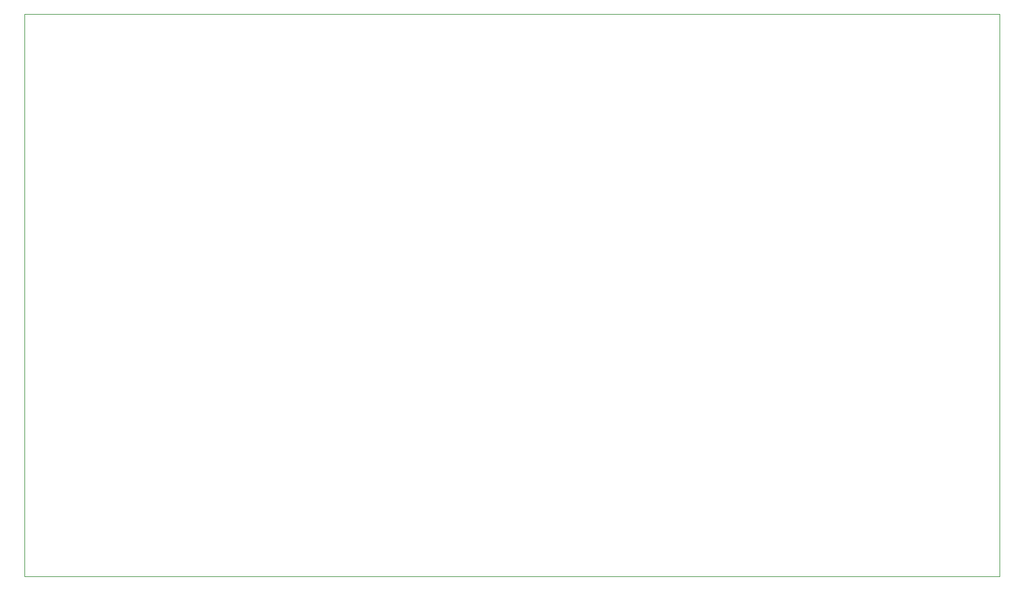
<source format=gbr>
%TF.GenerationSoftware,KiCad,Pcbnew,5.1.10-88a1d61d58~88~ubuntu18.04.1*%
%TF.CreationDate,2021-11-26T07:14:43+05:30*%
%TF.ProjectId,power_supply,706f7765-725f-4737-9570-706c792e6b69,rev?*%
%TF.SameCoordinates,Original*%
%TF.FileFunction,Profile,NP*%
%FSLAX46Y46*%
G04 Gerber Fmt 4.6, Leading zero omitted, Abs format (unit mm)*
G04 Created by KiCad (PCBNEW 5.1.10-88a1d61d58~88~ubuntu18.04.1) date 2021-11-26 07:14:43*
%MOMM*%
%LPD*%
G01*
G04 APERTURE LIST*
%TA.AperFunction,Profile*%
%ADD10C,0.100000*%
%TD*%
G04 APERTURE END LIST*
D10*
X210500000Y-27500000D02*
X210500000Y-105500000D01*
X75500000Y-27500000D02*
X210500000Y-27500000D01*
X75500000Y-105500000D02*
X75500000Y-27500000D01*
X210500000Y-105500000D02*
X75500000Y-105500000D01*
M02*

</source>
